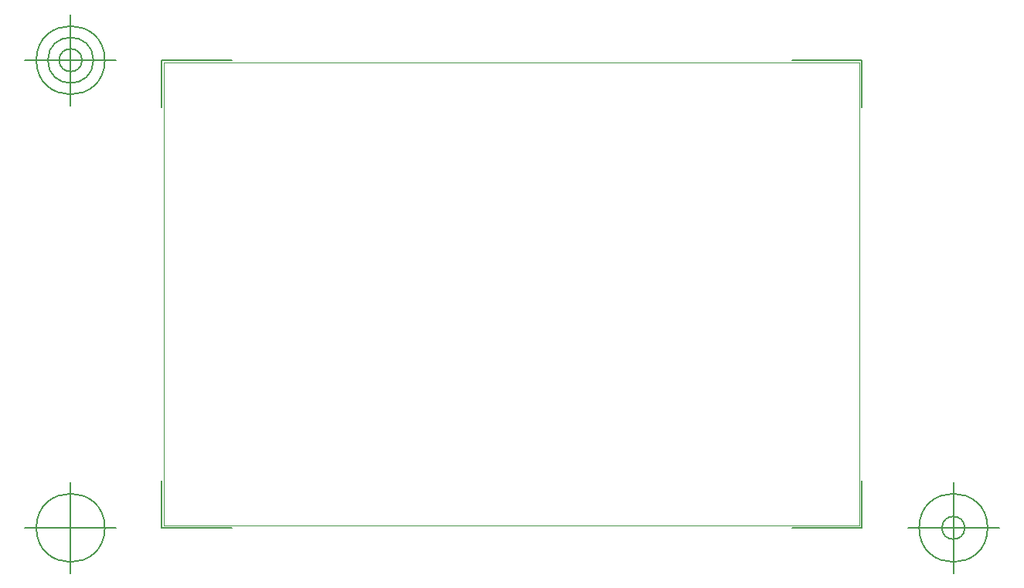
<source format=gbr>
G04 Generated by Ultiboard 14.0 *
%FSLAX34Y34*%
%MOMM*%

%ADD10C,0.0001*%
%ADD11C,0.0010*%
%ADD12C,0.1270*%


G04 ColorRGB 00FFFF for the following layer *
%LNBoard Outline*%
%LPD*%
G54D10*
G54D11*
X0Y0D02*
X762000Y0D01*
X762000Y508000D01*
X0Y508000D01*
X0Y0D01*
G54D12*
X-2540Y-2540D02*
X-2540Y48768D01*
X-2540Y-2540D02*
X74168Y-2540D01*
X764540Y-2540D02*
X687832Y-2540D01*
X764540Y-2540D02*
X764540Y48768D01*
X764540Y510540D02*
X764540Y459232D01*
X764540Y510540D02*
X687832Y510540D01*
X-2540Y510540D02*
X74168Y510540D01*
X-2540Y510540D02*
X-2540Y459232D01*
X-52540Y-2540D02*
X-152540Y-2540D01*
X-102540Y-52540D02*
X-102540Y47460D01*
X-140040Y-2540D02*
G75*
D01*
G02X-140040Y-2540I37500J0*
G01*
X814540Y-2540D02*
X914540Y-2540D01*
X864540Y-52540D02*
X864540Y47460D01*
X827040Y-2540D02*
G75*
D01*
G02X827040Y-2540I37500J0*
G01*
X852040Y-2540D02*
G75*
D01*
G02X852040Y-2540I12500J0*
G01*
X-52540Y510540D02*
X-152540Y510540D01*
X-102540Y460540D02*
X-102540Y560540D01*
X-140040Y510540D02*
G75*
D01*
G02X-140040Y510540I37500J0*
G01*
X-127540Y510540D02*
G75*
D01*
G02X-127540Y510540I25000J0*
G01*
X-115040Y510540D02*
G75*
D01*
G02X-115040Y510540I12500J0*
G01*

M02*

</source>
